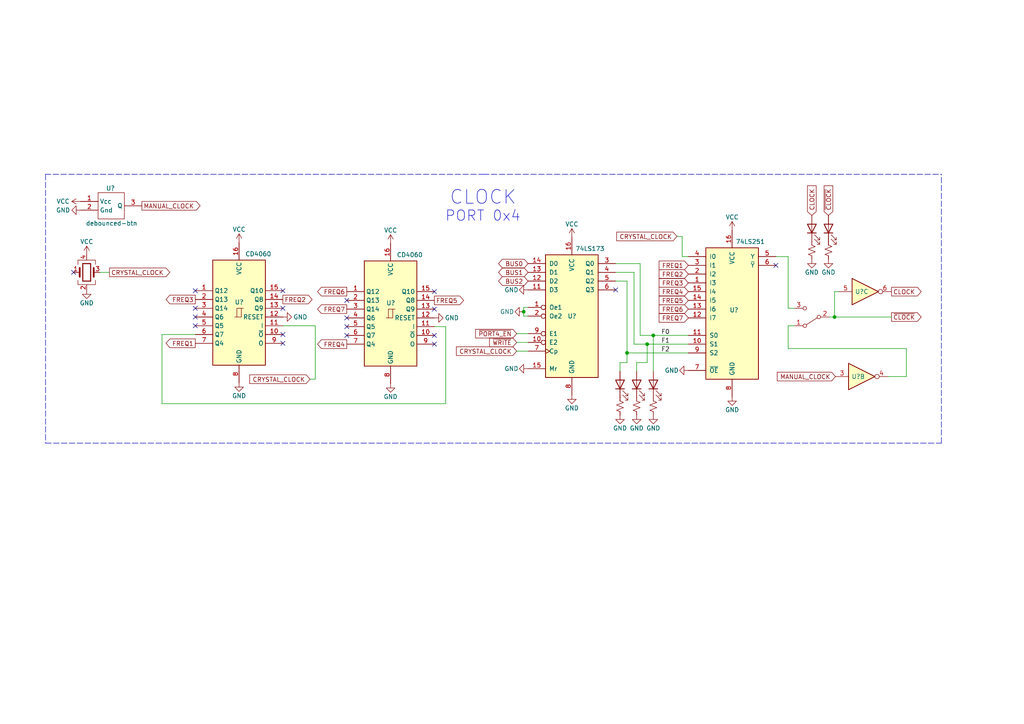
<source format=kicad_sch>
(kicad_sch (version 20211123) (generator eeschema)
  (paper "A4")
  (lib_symbols
    (symbol "74xx:74LS04"
      (property "Reference" "U" (at 0 1.27 0))
      (property "Value" "74LS04" (at 0 -1.27 0))
      (symbol "74LS04_1_0"
        (polyline (pts (xy -3.81 3.81) (xy -3.81 -3.81) (xy 3.81 0) (xy -3.81 3.81)) (stroke (width 0.254)) (fill (type background)))
        (pin input line (at -7.62 0 0) (length 3.81) (name "~") (number "1"))
        (pin output inverted (at 7.62 0 180) (length 3.81) (name "~") (number "2"))
      )
      (symbol "74LS04_2_0"
        (polyline (pts (xy -3.81 3.81) (xy -3.81 -3.81) (xy 3.81 0) (xy -3.81 3.81)) (stroke (width 0.254)) (fill (type background)))
        (pin input line (at -7.62 0 0) (length 3.81) (name "~") (number "3"))
        (pin output inverted (at 7.62 0 180) (length 3.81) (name "~") (number "4"))
      )
      (symbol "74LS04_3_0"
        (polyline (pts (xy -3.81 3.81) (xy -3.81 -3.81) (xy 3.81 0) (xy -3.81 3.81)) (stroke (width 0.254)) (fill (type background)))
        (pin input line (at -7.62 0 0) (length 3.81) (name "~") (number "5"))
        (pin output inverted (at 7.62 0 180) (length 3.81) (name "~") (number "6"))
      )
      (symbol "74LS04_4_0"
        (polyline (pts (xy -3.81 3.81) (xy -3.81 -3.81) (xy 3.81 0) (xy -3.81 3.81)) (stroke (width 0.254)) (fill (type background)))
        (pin output inverted (at 7.62 0 180) (length 3.81) (name "~") (number "8"))
        (pin input line (at -7.62 0 0) (length 3.81) (name "~") (number "9"))
      )
      (symbol "74LS04_5_0"
        (polyline (pts (xy -3.81 3.81) (xy -3.81 -3.81) (xy 3.81 0) (xy -3.81 3.81)) (stroke (width 0.254)) (fill (type background)))
        (pin output inverted (at 7.62 0 180) (length 3.81) (name "~") (number "10"))
        (pin input line (at -7.62 0 0) (length 3.81) (name "~") (number "11"))
      )
      (symbol "74LS04_6_0"
        (polyline (pts (xy -3.81 3.81) (xy -3.81 -3.81) (xy 3.81 0) (xy -3.81 3.81)) (stroke (width 0.254)) (fill (type background)))
        (pin output inverted (at 7.62 0 180) (length 3.81) (name "~") (number "12"))
        (pin input line (at -7.62 0 0) (length 3.81) (name "~") (number "13"))
      )
      (symbol "74LS04_7_0"
        (pin power_in line (at 0 12.7 270) (length 5.08) (name "VCC") (number "14"))
        (pin power_in line (at 0 -12.7 90) (length 5.08) (name "GND") (number "7"))
      )
      (symbol "74LS04_7_1"
        (rectangle (start -5.08 7.62) (end 5.08 -7.62) (stroke (width 0.254)) (fill (type background)))
      )
    )
    (symbol "74xx:74LS173" (pin_names (offset 1.016))
      (property "Reference" "U" (at -7.62 19.05 0))
      (property "Value" "74LS173" (at -7.62 -19.05 0))
      (symbol "74LS173_1_0"
        (pin input inverted (at -12.7 2.54 0) (length 5.08) (name "Oe1") (number "1"))
        (pin input inverted (at -12.7 -7.62 0) (length 5.08) (name "E2") (number "10"))
        (pin input line (at -12.7 7.62 0) (length 5.08) (name "D3") (number "11"))
        (pin input line (at -12.7 10.16 0) (length 5.08) (name "D2") (number "12"))
        (pin input line (at -12.7 12.7 0) (length 5.08) (name "D1") (number "13"))
        (pin input line (at -12.7 15.24 0) (length 5.08) (name "D0") (number "14"))
        (pin input line (at -12.7 -15.24 0) (length 5.08) (name "Mr") (number "15"))
        (pin power_in line (at 0 22.86 270) (length 5.08) (name "VCC") (number "16"))
        (pin input inverted (at -12.7 0 0) (length 5.08) (name "Oe2") (number "2"))
        (pin tri_state line (at 12.7 15.24 180) (length 5.08) (name "Q0") (number "3"))
        (pin tri_state line (at 12.7 12.7 180) (length 5.08) (name "Q1") (number "4"))
        (pin tri_state line (at 12.7 10.16 180) (length 5.08) (name "Q2") (number "5"))
        (pin tri_state line (at 12.7 7.62 180) (length 5.08) (name "Q3") (number "6"))
        (pin input clock (at -12.7 -10.16 0) (length 5.08) (name "Cp") (number "7"))
        (pin power_in line (at 0 -22.86 90) (length 5.08) (name "GND") (number "8"))
        (pin input inverted (at -12.7 -5.08 0) (length 5.08) (name "E1") (number "9"))
      )
      (symbol "74LS173_1_1"
        (rectangle (start -7.62 17.78) (end 7.62 -17.78) (stroke (width 0.254)) (fill (type background)))
      )
    )
    (symbol "74xx:74LS251" (pin_names (offset 1.016))
      (property "Reference" "U" (at -7.62 19.05 0))
      (property "Value" "74LS251" (at -7.62 -21.59 0))
      (symbol "74LS251_1_0"
        (pin input line (at -12.7 7.62 0) (length 5.08) (name "I3") (number "1"))
        (pin input line (at -12.7 -10.16 0) (length 5.08) (name "S1") (number "10"))
        (pin input line (at -12.7 -7.62 0) (length 5.08) (name "S0") (number "11"))
        (pin input line (at -12.7 -2.54 0) (length 5.08) (name "I7") (number "12"))
        (pin input line (at -12.7 0 0) (length 5.08) (name "I6") (number "13"))
        (pin input line (at -12.7 2.54 0) (length 5.08) (name "I5") (number "14"))
        (pin input line (at -12.7 5.08 0) (length 5.08) (name "I4") (number "15"))
        (pin power_in line (at 0 22.86 270) (length 5.08) (name "VCC") (number "16"))
        (pin input line (at -12.7 10.16 0) (length 5.08) (name "I2") (number "2"))
        (pin input line (at -12.7 12.7 0) (length 5.08) (name "I1") (number "3"))
        (pin input line (at -12.7 15.24 0) (length 5.08) (name "I0") (number "4"))
        (pin tri_state line (at 12.7 15.24 180) (length 5.08) (name "Y") (number "5"))
        (pin tri_state line (at 12.7 12.7 180) (length 5.08) (name "~{Y}") (number "6"))
        (pin input line (at -12.7 -17.78 0) (length 5.08) (name "~{OE}") (number "7"))
        (pin power_in line (at 0 -25.4 90) (length 5.08) (name "GND") (number "8"))
        (pin input line (at -12.7 -12.7 0) (length 5.08) (name "S2") (number "9"))
      )
      (symbol "74LS251_1_1"
        (rectangle (start -7.62 17.78) (end 7.62 -20.32) (stroke (width 0.254)) (fill (type background)))
      )
    )
    (symbol "Device:Crystal_GND24" (pin_names (offset 1.016) hide)
      (property "Reference" "Y" (at 3.175 5.08 0))
      (property "Value" "Crystal_GND24" (at 3.175 3.175 0))
      (symbol "Crystal_GND24_0_1"
        (rectangle (start -1.143 2.54) (end 1.143 -2.54) (stroke (width 0.3048)))
        (polyline (pts (xy -2.54 0) (xy -2.032 0)))
        (polyline (pts (xy -2.032 -1.27) (xy -2.032 1.27)) (stroke (width 0.508)))
        (polyline (pts (xy 0 -3.81) (xy 0 -3.556)))
        (polyline (pts (xy 0 3.556) (xy 0 3.81)))
        (polyline (pts (xy 2.032 -1.27) (xy 2.032 1.27)) (stroke (width 0.508)))
        (polyline (pts (xy 2.032 0) (xy 2.54 0)))
        (polyline (pts (xy -2.54 -2.286) (xy -2.54 -3.556) (xy 2.54 -3.556) (xy 2.54 -2.286)))
        (polyline (pts (xy -2.54 2.286) (xy -2.54 3.556) (xy 2.54 3.556) (xy 2.54 2.286)))
      )
      (symbol "Crystal_GND24_1_1"
        (pin passive line (at -3.81 0 0) (length 1.27) (name "1") (number "1"))
        (pin passive line (at 0 5.08 270) (length 1.27) (name "2") (number "2"))
        (pin passive line (at 3.81 0 180) (length 1.27) (name "3") (number "3"))
        (pin passive line (at 0 -5.08 90) (length 1.27) (name "4") (number "4"))
      )
    )
    (symbol "Device:LED" (pin_numbers hide) (pin_names (offset 1.016) hide)
      (property "Reference" "D" (at 0 2.54 0))
      (property "Value" "LED" (at 0 -2.54 0))
      (symbol "LED_0_1"
        (polyline (pts (xy -1.27 -1.27) (xy -1.27 1.27)) (stroke (width 0.254)))
        (polyline (pts (xy -1.27 0) (xy 1.27 0)))
        (polyline (pts (xy 1.27 -1.27) (xy 1.27 1.27) (xy -1.27 0) (xy 1.27 -1.27)) (stroke (width 0.254)))
        (polyline (pts (xy -3.048 -0.762) (xy -4.572 -2.286) (xy -3.81 -2.286) (xy -4.572 -2.286) (xy -4.572 -1.524)))
        (polyline (pts (xy -1.778 -0.762) (xy -3.302 -2.286) (xy -2.54 -2.286) (xy -3.302 -2.286) (xy -3.302 -1.524)))
      )
      (symbol "LED_1_1"
        (pin passive line (at -3.81 0 0) (length 2.54) (name "K") (number "1"))
        (pin passive line (at 3.81 0 180) (length 2.54) (name "A") (number "2"))
      )
    )
    (symbol "Device:R_Small_US" (pin_numbers hide) (pin_names (offset 0.254) hide)
      (property "Reference" "R" (at 0.762 0.508 0))
      (property "Value" "R_Small_US" (at 0.762 -1.016 0))
      (symbol "R_Small_US_1_1"
        (polyline (pts (xy 0 0) (xy 1.016 -0.381) (xy 0 -0.762) (xy -1.016 -1.143) (xy 0 -1.524)))
        (polyline (pts (xy 0 1.524) (xy 1.016 1.143) (xy 0 0.762) (xy -1.016 0.381) (xy 0 0)))
        (pin passive line (at 0 2.54 270) (length 1.016) (name "~") (number "1"))
        (pin passive line (at 0 -2.54 90) (length 1.016) (name "~") (number "2"))
      )
    )
    (symbol "Stephen:CD4060"
      (property "Reference" "U" (at 0 35.56 0))
      (property "Value" "CD4060" (at 0 33.02 0))
      (symbol "CD4060_1_0"
        (polyline (pts (xy -0.635 -1.27) (xy -0.635 1.27) (xy 0.635 1.27)))
        (polyline (pts (xy -1.27 -1.27) (xy 0.635 -1.27) (xy 0.635 1.27) (xy 1.27 1.27)))
        (pin output line (at -12.7 6.35 0) (length 5.08) (name "Q12") (number "1"))
        (pin output line (at 12.7 -6.35 180) (length 5.08) (name "~{O}") (number "10"))
        (pin input line (at 12.7 -3.81 180) (length 5.08) (name "I") (number "11"))
        (pin input line (at 12.7 -1.27 180) (length 5.08) (name "RESET") (number "12"))
        (pin output line (at 12.7 1.27 180) (length 5.08) (name "Q9") (number "13"))
        (pin output line (at 12.7 3.81 180) (length 5.08) (name "Q8") (number "14"))
        (pin output line (at 12.7 6.35 180) (length 5.08) (name "Q10") (number "15"))
        (pin power_in line (at 0 20.32 270) (length 5.08) (name "VCC") (number "16"))
        (pin output line (at -12.7 3.81 0) (length 5.08) (name "Q13") (number "2"))
        (pin output line (at -12.7 1.27 0) (length 5.08) (name "Q14") (number "3"))
        (pin output line (at -12.7 -1.27 0) (length 5.08) (name "Q6") (number "4"))
        (pin output line (at -12.7 -3.81 0) (length 5.08) (name "Q5") (number "5"))
        (pin output line (at -12.7 -6.35 0) (length 5.08) (name "Q7") (number "6"))
        (pin output line (at -12.7 -8.89 0) (length 5.08) (name "Q4") (number "7"))
        (pin power_in line (at 0 -20.32 90) (length 5.08) (name "GND") (number "8"))
        (pin output line (at 12.7 -8.89 180) (length 5.08) (name "O") (number "9"))
      )
      (symbol "CD4060_1_1"
        (rectangle (start -7.62 15.24) (end 7.62 -15.24) (stroke (width 0.254)) (fill (type background)))
      )
    )
    (symbol "Stephen:DebouncedButton"
      (property "Reference" "U" (at 0 0 0))
      (property "Value" "DebouncedButton" (at 0 0 0))
      (symbol "DebouncedButton_0_1"
        (rectangle (start -3.81 -1.27) (end 3.81 -8.89))
      )
      (symbol "DebouncedButton_1_0"
        (pin power_in line (at -8.89 -3.81 0) (length 5.08) (name "Vcc") (number "1"))
        (pin power_in line (at -8.89 -6.35 0) (length 5.08) (name "Gnd") (number "2"))
        (pin output line (at 8.89 -5.08 180) (length 5.08) (name "Q") (number "3"))
      )
    )
    (symbol "Switch:SW_SPDT" (pin_names (offset 0) hide)
      (property "Reference" "SW" (at 0 4.318 0))
      (property "Value" "SW_SPDT" (at 0 -5.08 0))
      (symbol "SW_SPDT_0_0"
        (circle (center -2.032 0) (radius 0.508))
        (circle (center 2.032 -2.54) (radius 0.508))
      )
      (symbol "SW_SPDT_0_1"
        (polyline (pts (xy -1.524 0.254) (xy 1.651 2.286)))
        (circle (center 2.032 2.54) (radius 0.508))
      )
      (symbol "SW_SPDT_1_1"
        (pin passive line (at 5.08 2.54 180) (length 2.54) (name "A") (number "1"))
        (pin passive line (at -5.08 0 0) (length 2.54) (name "B") (number "2"))
        (pin passive line (at 5.08 -2.54 180) (length 2.54) (name "C") (number "3"))
      )
    )
    (symbol "power:GND" (power) (pin_names (offset 0))
      (property "Value" "GND" (at 0 -3.81 0))
      (symbol "GND_0_1"
        (polyline (pts (xy 0 0) (xy 0 -1.27) (xy 1.27 -1.27) (xy 0 -2.54) (xy -1.27 -1.27) (xy 0 -1.27)))
      )
      (symbol "GND_1_1"
        (pin power_in line (at 0 0 270) (length 0) hide (name "GND") (number "1"))
      )
    )
    (symbol "power:VCC" (power) (pin_names (offset 0))
      (property "Value" "VCC" (at 0 3.81 0))
      (symbol "VCC_0_1"
        (polyline (pts (xy -0.762 1.27) (xy 0 2.54)))
        (polyline (pts (xy 0 0) (xy 0 2.54)))
        (polyline (pts (xy 0 2.54) (xy 0.762 1.27)))
      )
      (symbol "VCC_1_1"
        (pin power_in line (at 0 0 90) (length 0) hide (name "VCC") (number "1"))
      )
    )
  )
  (junction (at 181.864 102.362))
  (junction (at 189.484 97.282))
  (junction (at 242.062 91.948))
  (junction (at 187.706 99.822))
  (junction (at 151.892 90.424))
  (no_connect (at 125.984 89.662))
  (no_connect (at 56.642 91.948))
  (no_connect (at 56.642 84.328))
  (no_connect (at 125.984 99.822))
  (no_connect (at 82.042 89.408))
  (no_connect (at 225.044 76.962))
  (no_connect (at 82.042 84.328))
  (no_connect (at 125.984 97.282))
  (no_connect (at 178.562 84.074))
  (no_connect (at 100.584 92.202))
  (no_connect (at 21.336 78.994))
  (no_connect (at 125.984 84.582))
  (no_connect (at 100.584 97.282))
  (no_connect (at 100.584 94.742))
  (no_connect (at 82.042 99.568))
  (no_connect (at 100.584 87.122))
  (no_connect (at 56.642 89.408))
  (no_connect (at 56.642 94.488))
  (no_connect (at 82.042 97.028))
  (wire (pts (xy 91.44 109.982) (xy 91.44 94.488)))
  (wire (pts (xy 178.562 81.534) (xy 181.864 81.534)))
  (wire (pts (xy 46.99 97.028) (xy 46.99 117.094)))
  (wire (pts (xy 151.892 89.154) (xy 151.892 90.424)))
  (wire (pts (xy 262.89 101.092) (xy 228.6 101.092)))
  (wire (pts (xy 129.286 117.094) (xy 129.286 94.742)))
  (wire (pts (xy 91.44 94.488) (xy 82.042 94.488)))
  (wire (pts (xy 181.864 81.534) (xy 181.864 102.362)))
  (wire (pts (xy 184.658 107.696) (xy 184.658 105.156)))
  (wire (pts (xy 181.864 102.362) (xy 199.644 102.362)))
  (wire (pts (xy 179.832 107.696) (xy 179.832 105.156)))
  (wire (pts (xy 89.916 109.982) (xy 91.44 109.982)))
  (wire (pts (xy 225.044 74.422) (xy 228.6 74.422)))
  (wire (pts (xy 31.75 78.994) (xy 28.956 78.994)))
  (wire (pts (xy 197.866 68.58) (xy 197.866 74.422)))
  (wire (pts (xy 184.658 105.156) (xy 187.706 105.156)))
  (wire (pts (xy 149.86 96.774) (xy 153.162 96.774)))
  (wire (pts (xy 262.89 109.22) (xy 262.89 101.092)))
  (wire (pts (xy 46.99 117.094) (xy 129.286 117.094)))
  (wire (pts (xy 228.6 89.408) (xy 230.378 89.408)))
  (wire (pts (xy 185.674 76.454) (xy 185.674 97.282)))
  (wire (pts (xy 179.832 105.156) (xy 181.864 105.156)))
  (wire (pts (xy 183.896 99.822) (xy 183.896 78.994)))
  (wire (pts (xy 257.556 109.22) (xy 262.89 109.22)))
  (wire (pts (xy 228.6 74.422) (xy 228.6 89.408)))
  (wire (pts (xy 242.062 91.948) (xy 258.572 91.948)))
  (wire (pts (xy 181.864 105.156) (xy 181.864 102.362)))
  (wire (pts (xy 151.892 91.694) (xy 153.162 91.694)))
  (wire (pts (xy 242.062 91.948) (xy 242.062 84.582)))
  (polyline (pts (xy 273.05 128.524) (xy 273.05 50.546)))
  (wire (pts (xy 151.892 90.424) (xy 151.892 91.694)))
  (wire (pts (xy 178.562 78.994) (xy 183.896 78.994)))
  (wire (pts (xy 189.484 97.282) (xy 199.644 97.282)))
  (wire (pts (xy 197.866 74.422) (xy 199.644 74.422)))
  (wire (pts (xy 187.706 105.156) (xy 187.706 99.822)))
  (polyline (pts (xy 140.208 50.546) (xy 273.05 50.546)))
  (wire (pts (xy 149.86 101.854) (xy 153.162 101.854)))
  (wire (pts (xy 196.342 68.58) (xy 197.866 68.58)))
  (wire (pts (xy 149.86 99.314) (xy 153.162 99.314)))
  (polyline (pts (xy 140.462 50.546) (xy 13.208 50.546)))
  (wire (pts (xy 56.642 97.028) (xy 46.99 97.028)))
  (wire (pts (xy 187.706 99.822) (xy 183.896 99.822)))
  (wire (pts (xy 189.484 97.282) (xy 189.484 107.696)))
  (wire (pts (xy 129.286 94.742) (xy 125.984 94.742)))
  (wire (pts (xy 185.674 97.282) (xy 189.484 97.282)))
  (wire (pts (xy 240.538 91.948) (xy 242.062 91.948)))
  (wire (pts (xy 153.162 89.154) (xy 151.892 89.154)))
  (polyline (pts (xy 13.208 128.524) (xy 273.05 128.524)))
  (wire (pts (xy 199.644 99.822) (xy 187.706 99.822)))
  (wire (pts (xy 178.562 76.454) (xy 185.674 76.454)))
  (polyline (pts (xy 13.208 50.546) (xy 13.208 128.524)))
  (wire (pts (xy 242.062 84.582) (xy 243.332 84.582)))
  (wire (pts (xy 228.6 101.092) (xy 228.6 94.488)))
  (wire (pts (xy 228.6 94.488) (xy 230.378 94.488)))
  (text "CLOCK" (at 130.302 59.69 0) (effects (font (size 4 4)) (justify left bottom)))
  (text "PORT 0x4" (at 129.032 64.516 0) (effects (font (size 3 3)) (justify left bottom)))
  (label "F2" (at 191.77 102.362 0))
  (label "F0" (at 191.77 97.282 0))
  (label "F1" (at 191.77 99.822 0))
  (global_label "FREQ4" (shape input) (at 199.644 84.582 180) (property "Intersheet References" "${INTERSHEET_REFS}" (effects hide)))
  (global_label "CRYSTAL_CLOCK" (shape input) (at 196.342 68.58 180) (property "Intersheet References" "${INTERSHEET_REFS}" (effects hide)))
  (global_label "FREQ7" (shape output) (at 100.584 89.662 180) (property "Intersheet References" "${INTERSHEET_REFS}" (effects hide)))
  (global_label "MANUAL_CLOCK" (shape input) (at 242.316 109.22 180) (property "Intersheet References" "${INTERSHEET_REFS}" (effects hide)))
  (global_label "~{PORT4_EN}" (shape input) (at 149.86 96.774 180) (property "Intersheet References" "${INTERSHEET_REFS}" (effects hide)))
  (global_label "CRYSTAL_CLOCK" (shape output) (at 31.75 78.994 0) (property "Intersheet References" "${INTERSHEET_REFS}" (effects hide)))
  (global_label "MANUAL_CLOCK" (shape output) (at 41.148 59.69 0) (property "Intersheet References" "${INTERSHEET_REFS}" (effects hide)))
  (global_label "FREQ7" (shape input) (at 199.644 92.202 180) (property "Intersheet References" "${INTERSHEET_REFS}" (effects hide)))
  (global_label "FREQ1" (shape input) (at 199.644 76.962 180) (property "Intersheet References" "${INTERSHEET_REFS}" (effects hide)))
  (global_label "BUS1" (shape tri_state) (at 153.162 78.994 180) (property "Intersheet References" "${INTERSHEET_REFS}" (effects hide)))
  (global_label "FREQ5" (shape output) (at 125.984 87.122 0) (property "Intersheet References" "${INTERSHEET_REFS}" (effects hide)))
  (global_label "CRYSTAL_CLOCK" (shape input) (at 149.86 101.854 180) (property "Intersheet References" "${INTERSHEET_REFS}" (effects hide)))
  (global_label "BUS0" (shape tri_state) (at 153.162 76.454 180) (property "Intersheet References" "${INTERSHEET_REFS}" (effects hide)))
  (global_label "FREQ3" (shape input) (at 199.644 82.042 180) (property "Intersheet References" "${INTERSHEET_REFS}" (effects hide)))
  (global_label "FREQ6" (shape output) (at 100.584 84.582 180) (property "Intersheet References" "${INTERSHEET_REFS}" (effects hide)))
  (global_label "~{CLOCK}" (shape output) (at 258.572 91.948 0) (property "Intersheet References" "${INTERSHEET_REFS}" (effects hide)))
  (global_label "FREQ1" (shape output) (at 56.642 99.568 180) (property "Intersheet References" "${INTERSHEET_REFS}" (effects hide)))
  (global_label "FREQ4" (shape output) (at 100.584 99.822 180) (property "Intersheet References" "${INTERSHEET_REFS}" (effects hide)))
  (global_label "BUS2" (shape tri_state) (at 153.162 81.534 180) (property "Intersheet References" "${INTERSHEET_REFS}" (effects hide)))
  (global_label "~{CLOCK}" (shape input) (at 240.284 62.484 90) (property "Intersheet References" "${INTERSHEET_REFS}" (effects hide)))
  (global_label "FREQ2" (shape input) (at 199.644 79.502 180) (property "Intersheet References" "${INTERSHEET_REFS}" (effects hide)))
  (global_label "CRYSTAL_CLOCK" (shape input) (at 89.916 109.982 180) (property "Intersheet References" "${INTERSHEET_REFS}" (effects hide)))
  (global_label "FREQ5" (shape input) (at 199.644 87.122 180) (property "Intersheet References" "${INTERSHEET_REFS}" (effects hide)))
  (global_label "~{WRITE}" (shape input) (at 149.86 99.314 180) (property "Intersheet References" "${INTERSHEET_REFS}" (effects hide)))
  (global_label "FREQ3" (shape output) (at 56.642 86.868 180) (property "Intersheet References" "${INTERSHEET_REFS}" (effects hide)))
  (global_label "FREQ6" (shape input) (at 199.644 89.662 180) (property "Intersheet References" "${INTERSHEET_REFS}" (effects hide)))
  (global_label "CLOCK" (shape output) (at 258.572 84.582 0) (property "Intersheet References" "${INTERSHEET_REFS}" (effects hide)))
  (global_label "CLOCK" (shape input) (at 235.458 62.484 90) (property "Intersheet References" "${INTERSHEET_REFS}" (effects hide)))
  (global_label "FREQ2" (shape output) (at 82.042 86.868 0) (property "Intersheet References" "${INTERSHEET_REFS}" (effects hide)))
  (symbol (lib_id "74xx:74LS04") (at 249.936 109.22 0) (unit 2)
    (property "Reference" "U?" (at 248.92 109.22 0))
    (property "Value" "74LS04" (effects hide))
    (property "Footprint" "Package_SO:TSSOP-14_4.4x5mm_P0.65mm" (effects hide))
    (property "Datasheet" "http://www.ti.com/lit/gpn/sn74LS04" (effects hide))
  )
  (symbol (lib_id "Device:LED") (at 184.658 111.506 90) (unit 1)
    (property "Reference" "D?" (effects hide))
    (property "Value" "LED" (effects hide))
    (property "Footprint" "Stephenv6:LED_RED_0805_2012Metric" (effects hide))
  )
  (symbol (lib_id "power:VCC") (at 23.368 58.42 90) (mirror x) (unit 1)
    (property "Reference" "#PWR?" (effects hide))
    (property "Value" "VCC" (at 18.288 58.42 90))
  )
  (symbol (lib_id "power:GND") (at 199.644 107.442 270) (unit 1)
    (property "Reference" "#PWR?" (effects hide))
    (property "Value" "GND" (at 194.818 107.442 90))
  )
  (symbol (lib_id "74xx:74LS251") (at 212.344 89.662 0) (unit 1)
    (property "Reference" "U?" (at 211.582 89.916 0) (effects (justify left)))
    (property "Value" "74LS251" (at 213.36 70.104 0) (effects (justify left)))
    (property "Footprint" "Package_SO:TSSOP-16_4.4x5mm_P0.65mm" (effects hide))
    (property "Datasheet" "http://www.ti.com/lit/gpn/sn74LS251" (effects hide))
  )
  (symbol (lib_id "power:VCC") (at 165.862 68.834 0) (mirror y) (unit 1)
    (property "Reference" "#PWR?" (effects hide))
    (property "Value" "VCC" (at 165.862 65.024 0))
  )
  (symbol (lib_id "Device:Crystal_GND24") (at 25.146 78.994 0) (mirror x) (unit 1)
    (property "Reference" "Y?" (effects hide))
    (property "Value" "Crystal_GND24" (effects hide))
    (property "Footprint" "Stephenv6:DIP-14-4pin-clock" (effects hide))
  )
  (symbol (lib_id "74xx:74LS173") (at 165.862 91.694 0) (unit 1)
    (property "Reference" "U?" (at 164.592 91.694 0) (effects (justify left)))
    (property "Value" "74LS173" (at 166.878 72.136 0) (effects (justify left)))
    (property "Footprint" "Package_SO:TSSOP-16_4.4x5mm_P0.65mm" (effects hide))
    (property "Datasheet" "http://www.ti.com/lit/gpn/sn74LS173" (effects hide))
  )
  (symbol (lib_id "Device:R_Small_US") (at 179.832 117.856 0) (unit 1)
    (property "Reference" "R?" (effects hide))
    (property "Value" "R_Small_US" (effects hide))
    (property "Footprint" "Resistor_SMD:R_0805_2012Metric" (effects hide))
  )
  (symbol (lib_id "Device:LED") (at 235.458 66.294 90) (unit 1)
    (property "Reference" "D?" (effects hide))
    (property "Value" "LED" (effects hide))
    (property "Footprint" "Stephenv6:LED_BLUE_0805_2012Metric" (effects hide))
  )
  (symbol (lib_id "Stephen:CD4060") (at 69.342 90.678 0) (unit 1)
    (property "Reference" "U?" (at 68.072 87.63 0) (effects (justify left)))
    (property "Value" "CD4060" (at 71.12 73.66 0) (effects (justify left)))
    (property "Footprint" "Package_SO:SOIC-16_3.9x9.9mm_P1.27mm" (effects hide))
  )
  (symbol (lib_id "Device:R_Small_US") (at 240.284 72.644 0) (unit 1)
    (property "Reference" "R?" (effects hide))
    (property "Value" "R_Small_US" (effects hide))
    (property "Footprint" "Resistor_SMD:R_0805_2012Metric" (effects hide))
  )
  (symbol (lib_id "power:GND") (at 212.344 115.062 0) (unit 1)
    (property "Reference" "#PWR?" (effects hide))
    (property "Value" "GND" (at 212.344 118.872 0))
  )
  (symbol (lib_id "power:GND") (at 240.284 75.184 0) (unit 1)
    (property "Reference" "#PWR?" (effects hide))
    (property "Value" "GND" (at 240.284 78.994 0))
  )
  (symbol (lib_id "power:GND") (at 184.658 120.396 0) (unit 1)
    (property "Reference" "#PWR?" (effects hide))
    (property "Value" "GND" (at 184.658 124.206 0))
  )
  (symbol (lib_id "power:GND") (at 23.368 60.96 270) (unit 1)
    (property "Reference" "#PWR?" (effects hide))
    (property "Value" "GND" (at 18.288 60.96 90))
  )
  (symbol (lib_id "power:GND") (at 153.162 84.074 270) (unit 1)
    (property "Reference" "#PWR?" (effects hide))
    (property "Value" "GND" (at 148.336 84.074 90))
  )
  (symbol (lib_id "power:VCC") (at 212.344 66.802 0) (mirror y) (unit 1)
    (property "Reference" "#PWR?" (effects hide))
    (property "Value" "VCC" (at 212.344 62.992 0))
  )
  (symbol (lib_id "power:GND") (at 25.146 84.074 0) (mirror y) (unit 1)
    (property "Reference" "#PWR?" (effects hide))
    (property "Value" "GND" (at 25.146 87.884 0))
  )
  (symbol (lib_id "Switch:SW_SPDT") (at 235.458 91.948 180) (unit 1)
    (property "Reference" "SW?" (effects hide))
    (property "Value" "SW_SPDT" (effects hide))
    (property "Footprint" "Stephenv6:THT-DPDT" (effects hide))
  )
  (symbol (lib_id "power:VCC") (at 69.342 70.358 0) (mirror y) (unit 1)
    (property "Reference" "#PWR?" (effects hide))
    (property "Value" "VCC" (at 69.342 66.548 0))
  )
  (symbol (lib_id "power:GND") (at 113.284 111.252 0) (unit 1)
    (property "Reference" "#PWR?" (effects hide))
    (property "Value" "GND" (at 113.284 115.062 0))
  )
  (symbol (lib_id "power:GND") (at 82.042 91.948 90) (unit 1)
    (property "Reference" "#PWR?" (effects hide))
    (property "Value" "GND" (at 87.122 91.948 90))
  )
  (symbol (lib_id "power:GND") (at 151.892 90.424 270) (unit 1)
    (property "Reference" "#PWR?" (effects hide))
    (property "Value" "GND" (at 147.066 90.424 90))
  )
  (symbol (lib_id "power:GND") (at 235.458 75.184 0) (unit 1)
    (property "Reference" "#PWR?" (effects hide))
    (property "Value" "GND" (at 235.458 78.994 0))
  )
  (symbol (lib_id "Device:LED") (at 179.832 111.506 90) (unit 1)
    (property "Reference" "D?" (effects hide))
    (property "Value" "LED" (effects hide))
    (property "Footprint" "Stephenv6:LED_RED_0805_2012Metric" (effects hide))
  )
  (symbol (lib_id "power:GND") (at 179.832 120.396 0) (unit 1)
    (property "Reference" "#PWR?" (effects hide))
    (property "Value" "GND" (at 179.832 124.206 0))
  )
  (symbol (lib_id "power:GND") (at 153.162 106.934 270) (unit 1)
    (property "Reference" "#PWR?" (effects hide))
    (property "Value" "GND" (at 148.336 106.934 90))
  )
  (symbol (lib_id "Device:LED") (at 240.284 66.294 90) (unit 1)
    (property "Reference" "D?" (effects hide))
    (property "Value" "LED" (effects hide))
    (property "Footprint" "Stephenv6:LED_BLUE_0805_2012Metric" (effects hide))
  )
  (symbol (lib_id "power:GND") (at 125.984 92.202 90) (unit 1)
    (property "Reference" "#PWR?" (effects hide))
    (property "Value" "GND" (at 131.064 92.202 90))
  )
  (symbol (lib_id "Device:R_Small_US") (at 184.658 117.856 0) (unit 1)
    (property "Reference" "R?" (effects hide))
    (property "Value" "R_Small_US" (effects hide))
    (property "Footprint" "Resistor_SMD:R_0805_2012Metric" (effects hide))
  )
  (symbol (lib_id "power:GND") (at 69.342 110.998 0) (unit 1)
    (property "Reference" "#PWR?" (effects hide))
    (property "Value" "GND" (at 69.342 114.808 0))
  )
  (symbol (lib_id "Device:R_Small_US") (at 189.484 117.856 0) (unit 1)
    (property "Reference" "R?" (effects hide))
    (property "Value" "R_Small_US" (effects hide))
    (property "Footprint" "Resistor_SMD:R_0805_2012Metric" (effects hide))
  )
  (symbol (lib_id "Stephen:CD4060") (at 113.284 90.932 0) (unit 1)
    (property "Reference" "U?" (at 112.014 87.884 0) (effects (justify left)))
    (property "Value" "CD4060" (at 115.062 73.914 0) (effects (justify left)))
    (property "Footprint" "Package_SO:SOIC-16_3.9x9.9mm_P1.27mm" (effects hide))
  )
  (symbol (lib_id "power:GND") (at 165.862 114.554 0) (unit 1)
    (property "Reference" "#PWR?" (effects hide))
    (property "Value" "GND" (at 165.862 118.364 0))
  )
  (symbol (lib_id "power:VCC") (at 113.284 70.612 0) (mirror y) (unit 1)
    (property "Reference" "#PWR?" (effects hide))
    (property "Value" "VCC" (at 113.284 66.802 0))
  )
  (symbol (lib_id "power:GND") (at 189.484 120.396 0) (unit 1)
    (property "Reference" "#PWR?" (effects hide))
    (property "Value" "GND" (at 189.484 124.206 0))
  )
  (symbol (lib_id "74xx:74LS04") (at 250.952 84.582 0) (unit 3)
    (property "Reference" "U?" (at 249.936 84.582 0))
    (property "Value" "74LS04" (effects hide))
    (property "Footprint" "Package_SO:TSSOP-14_4.4x5mm_P0.65mm" (effects hide))
    (property "Datasheet" "http://www.ti.com/lit/gpn/sn74LS04" (effects hide))
  )
  (symbol (lib_id "Device:LED") (at 189.484 111.506 90) (unit 1)
    (property "Reference" "D?" (effects hide))
    (property "Value" "LED" (effects hide))
    (property "Footprint" "Stephenv6:LED_RED_0805_2012Metric" (effects hide))
  )
  (symbol (lib_id "Device:R_Small_US") (at 235.458 72.644 0) (unit 1)
    (property "Reference" "R?" (effects hide))
    (property "Value" "R_Small_US" (effects hide))
    (property "Footprint" "Resistor_SMD:R_0805_2012Metric" (effects hide))
  )
  (symbol (lib_id "Stephen:DebouncedButton") (at 32.258 54.61 0) (unit 1)
    (property "Reference" "U?" (at 30.734 54.61 0) (effects (justify left)))
    (property "Value" "debounced-btn" (at 24.892 64.77 0) (effects (justify left)))
    (property "Footprint" "Stephenv6:breakout-debounce-btn" (effects hide))
  )
  (symbol (lib_id "power:VCC") (at 25.146 73.914 0) (mirror y) (unit 1)
    (property "Reference" "#PWR?" (effects hide))
    (property "Value" "VCC" (at 25.146 70.104 0))
  )
)
</source>
